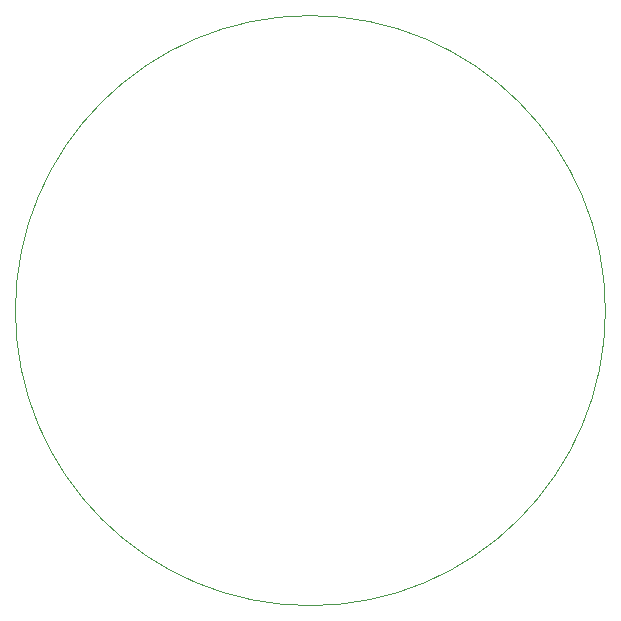
<source format=gm1>
G04 #@! TF.GenerationSoftware,KiCad,Pcbnew,5.0-dev-unknown-bc6763e~61~ubuntu16.04.1*
G04 #@! TF.CreationDate,2018-02-24T23:45:45-08:00*
G04 #@! TF.ProjectId,16-Tiny-Pixels-BeforePanel,31362D54696E792D506978656C732D42,rev?*
G04 #@! TF.SameCoordinates,Original*
G04 #@! TF.FileFunction,Profile,NP*
%FSLAX46Y46*%
G04 Gerber Fmt 4.6, Leading zero omitted, Abs format (unit mm)*
G04 Created by KiCad (PCBNEW 5.0-dev-unknown-bc6763e~61~ubuntu16.04.1) date Sat Feb 24 23:45:45 2018*
%MOMM*%
%LPD*%
G01*
G04 APERTURE LIST*
%ADD10C,0.100000*%
G04 APERTURE END LIST*
D10*
X70037850Y-45050000D02*
G75*
G03X70037850Y-45050000I-24977850J0D01*
G01*
M02*

</source>
